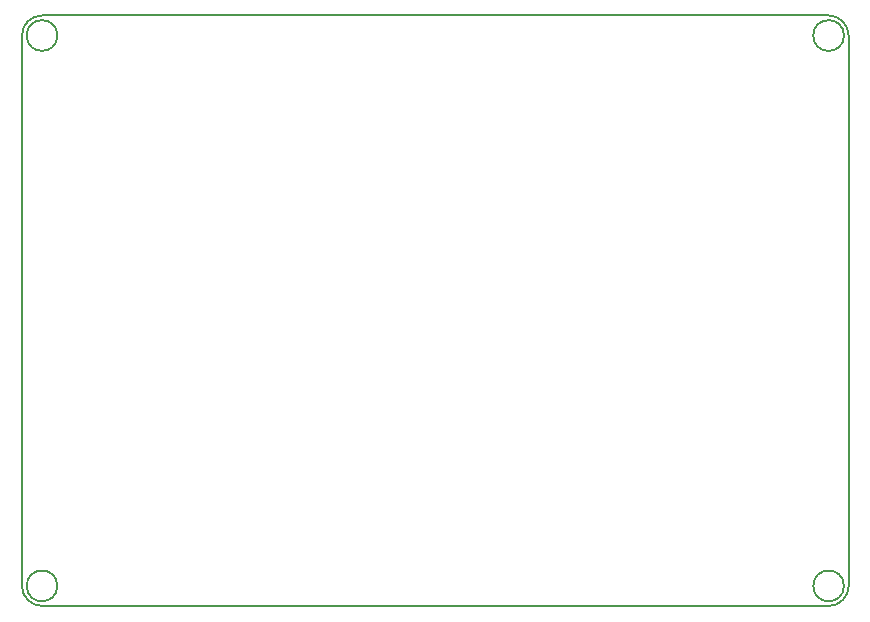
<source format=gbr>
%TF.GenerationSoftware,KiCad,Pcbnew,(6.0.1-0)*%
%TF.CreationDate,2022-05-03T14:29:39+09:00*%
%TF.ProjectId,mic_tester,6d69635f-7465-4737-9465-722e6b696361,rev?*%
%TF.SameCoordinates,Original*%
%TF.FileFunction,Profile,NP*%
%FSLAX46Y46*%
G04 Gerber Fmt 4.6, Leading zero omitted, Abs format (unit mm)*
G04 Created by KiCad (PCBNEW (6.0.1-0)) date 2022-05-03 14:29:39*
%MOMM*%
%LPD*%
G01*
G04 APERTURE LIST*
%TA.AperFunction,Profile*%
%ADD10C,0.200000*%
%TD*%
G04 APERTURE END LIST*
D10*
X103860000Y-61360000D02*
G75*
G03*
X102160000Y-63060000I-2J-1699998D01*
G01*
X170460000Y-111360000D02*
G75*
G03*
X172160000Y-109660000I2J1699998D01*
G01*
X105160000Y-109660000D02*
G75*
G03*
X105160000Y-109660000I-1300000J0D01*
G01*
X171760000Y-63060000D02*
G75*
G03*
X171760000Y-63060000I-1300000J0D01*
G01*
X102160000Y-109660000D02*
G75*
G03*
X103860000Y-111360000I1699998J-2D01*
G01*
X171760000Y-109660000D02*
G75*
G03*
X171760000Y-109660000I-1300000J0D01*
G01*
X103860000Y-111360000D02*
X170460000Y-111360000D01*
X105160000Y-63060000D02*
G75*
G03*
X105160000Y-63060000I-1300000J0D01*
G01*
X102160000Y-63060000D02*
X102160000Y-109660000D01*
X172160000Y-63060000D02*
G75*
G03*
X170460000Y-61360000I-1699998J2D01*
G01*
X172160000Y-109660000D02*
X172160000Y-63060000D01*
X170460000Y-61360000D02*
X103860000Y-61360000D01*
M02*

</source>
